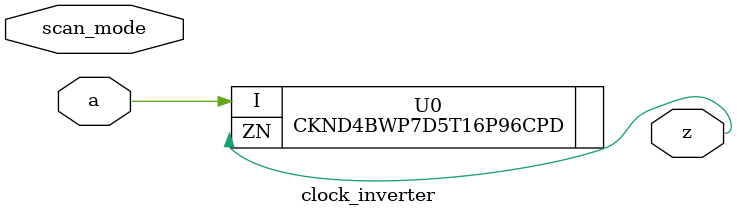
<source format=v>
module clock_inverter (a, scan_mode, z);
input a;
input scan_mode;
output z;
wire z;
//assign z = ~a;
CKND4BWP7D5T16P96CPD U0 (.I(a), .ZN(z));
endmodule

</source>
